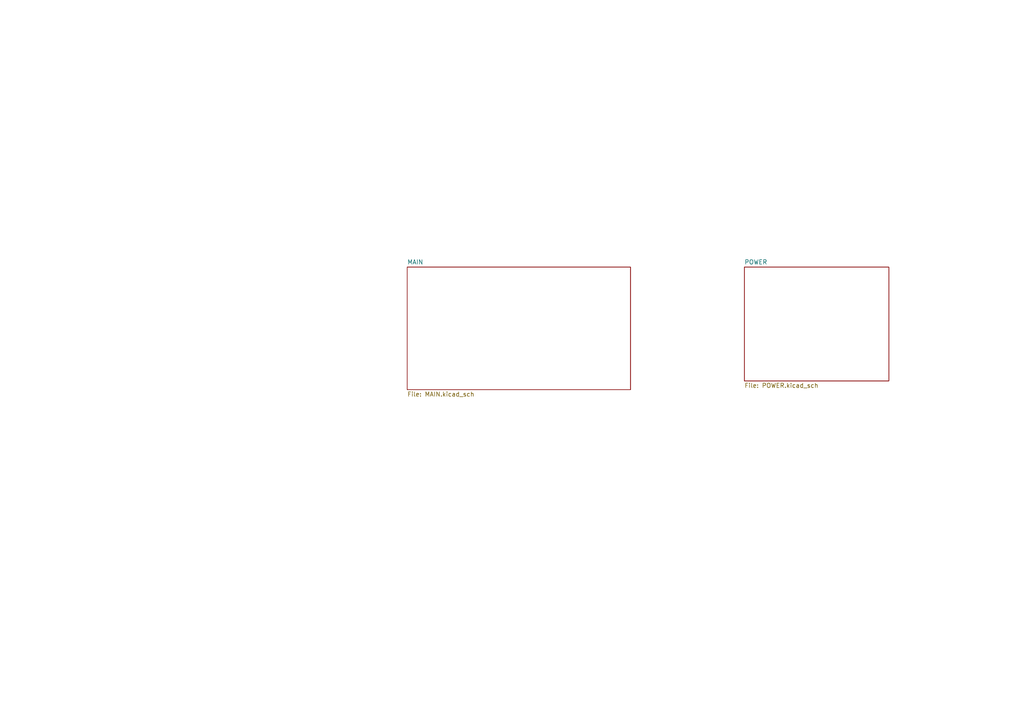
<source format=kicad_sch>
(kicad_sch (version 20230121) (generator eeschema)
  (paper "A4")
  (lib_symbols)
  (sheet (at 118.11 77.47) (size 64.77 35.56) (stroke (width 0.1524))
    (property "Sheetname" "MAIN" (at 118.11 76.7584 0) (effects (justify left bottom)))
    (property "Sheetfile" "MAIN.kicad_sch" (at 118.11 113.6146 0) (effects (justify left top)))
  )
  (sheet (at 215.9 77.47) (size 41.91 33.02) (stroke (width 0.1524))
    (property "Sheetname" "POWER" (at 215.9 76.7584 0) (effects (justify left bottom)))
    (property "Sheetfile" "POWER.kicad_sch" (at 215.9 111.0746 0) (effects (justify left top)))
  )
)
</source>
